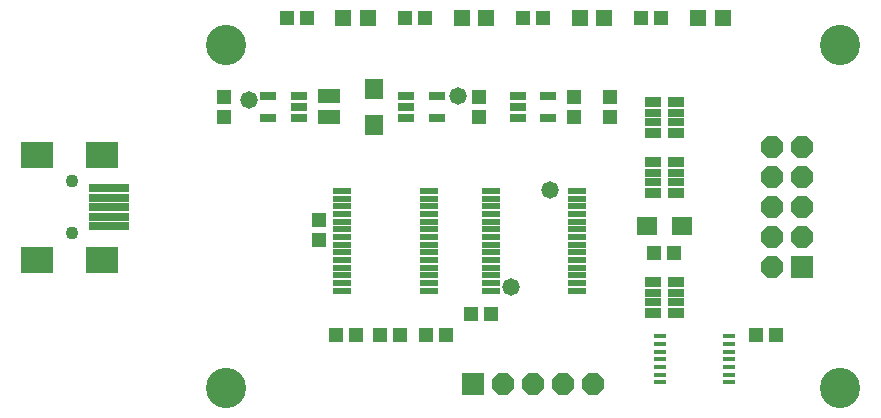
<source format=gts>
G75*
%MOIN*%
%OFA0B0*%
%FSLAX24Y24*%
%IPPOS*%
%LPD*%
%AMOC8*
5,1,8,0,0,1.08239X$1,22.5*
%
%ADD10R,0.0474X0.0513*%
%ADD11R,0.0552X0.0552*%
%ADD12R,0.0513X0.0474*%
%ADD13R,0.0710X0.0631*%
%ADD14R,0.0781X0.0482*%
%ADD15R,0.0631X0.0710*%
%ADD16R,0.0394X0.0177*%
%ADD17R,0.1064X0.0867*%
%ADD18R,0.1379X0.0277*%
%ADD19C,0.0434*%
%ADD20R,0.0533X0.0253*%
%ADD21R,0.0533X0.0328*%
%ADD22R,0.0720X0.0720*%
%ADD23OC8,0.0720*%
%ADD24R,0.0630X0.0217*%
%ADD25R,0.0552X0.0297*%
%ADD26C,0.1340*%
%ADD27C,0.0580*%
D10*
X019828Y018173D03*
X019828Y018842D03*
X016641Y022281D03*
X016641Y022951D03*
X018743Y025574D03*
X019412Y025574D03*
X022680Y025574D03*
X023349Y025574D03*
X025141Y022951D03*
X025141Y022281D03*
X028328Y022281D03*
X028328Y022951D03*
X029528Y022951D03*
X029528Y022281D03*
X030554Y025574D03*
X031223Y025574D03*
X027286Y025574D03*
X026617Y025574D03*
X030994Y017758D03*
X031663Y017758D03*
X024063Y015008D03*
X023394Y015008D03*
D11*
X024570Y025574D03*
X025397Y025574D03*
X028507Y025574D03*
X029334Y025574D03*
X032444Y025574D03*
X033271Y025574D03*
X021460Y025574D03*
X020633Y025574D03*
D12*
X024894Y015716D03*
X025563Y015716D03*
X022513Y015008D03*
X021844Y015008D03*
X021063Y015008D03*
X020394Y015008D03*
X034394Y015008D03*
X035063Y015008D03*
D13*
X031919Y018658D03*
X030738Y018658D03*
D14*
X020141Y022266D03*
X020141Y022966D03*
D15*
X021641Y023207D03*
X021641Y022025D03*
D16*
X031177Y014975D03*
X031177Y014719D03*
X031177Y014463D03*
X031177Y014208D03*
X031177Y013952D03*
X031177Y013696D03*
X031177Y013440D03*
X033480Y013440D03*
X033480Y013696D03*
X033480Y013952D03*
X033480Y014208D03*
X033480Y014463D03*
X033480Y014719D03*
X033480Y014975D03*
D17*
X012582Y017523D03*
X010416Y017523D03*
X010416Y021026D03*
X012582Y021026D03*
D18*
X012818Y019904D03*
X012818Y019589D03*
X012818Y019274D03*
X012818Y018960D03*
X012818Y018645D03*
D19*
X011597Y018408D03*
X011597Y020141D03*
D20*
X030945Y020100D03*
X030945Y020415D03*
X031712Y020415D03*
X031712Y020100D03*
X031712Y022100D03*
X031712Y022415D03*
X030945Y022415D03*
X030945Y022100D03*
X030945Y016415D03*
X030945Y016100D03*
X031712Y016100D03*
X031712Y016415D03*
D21*
X031712Y016767D03*
X030945Y016767D03*
X030945Y015748D03*
X031712Y015748D03*
X031712Y019748D03*
X030945Y019748D03*
X030945Y020767D03*
X031712Y020767D03*
X031712Y021748D03*
X030945Y021748D03*
X030945Y022767D03*
X031712Y022767D03*
D22*
X035916Y017274D03*
X024952Y013369D03*
D23*
X025952Y013369D03*
X026952Y013369D03*
X027952Y013369D03*
X028952Y013369D03*
X034916Y017274D03*
X034916Y018274D03*
X035916Y018274D03*
X035916Y019274D03*
X034916Y019274D03*
X034916Y020274D03*
X035916Y020274D03*
X035916Y021274D03*
X034916Y021274D03*
D24*
X028418Y019821D03*
X028418Y019565D03*
X028418Y019309D03*
X028418Y019053D03*
X028418Y018797D03*
X028418Y018541D03*
X028418Y018286D03*
X028418Y018030D03*
X028418Y017774D03*
X028418Y017518D03*
X028418Y017262D03*
X028418Y017006D03*
X028418Y016750D03*
X028418Y016494D03*
X025539Y016494D03*
X025539Y016750D03*
X025539Y017006D03*
X025539Y017262D03*
X025539Y017518D03*
X025539Y017774D03*
X025539Y018030D03*
X025539Y018286D03*
X025539Y018541D03*
X025539Y018797D03*
X025539Y019053D03*
X025539Y019309D03*
X025539Y019565D03*
X025539Y019821D03*
X023468Y019821D03*
X023468Y019565D03*
X023468Y019309D03*
X023468Y019053D03*
X023468Y018797D03*
X023468Y018541D03*
X023468Y018286D03*
X023468Y018030D03*
X023468Y017774D03*
X023468Y017518D03*
X023468Y017262D03*
X023468Y017006D03*
X023468Y016750D03*
X023468Y016494D03*
X020589Y016494D03*
X020589Y016750D03*
X020589Y017006D03*
X020589Y017262D03*
X020589Y017518D03*
X020589Y017774D03*
X020589Y018030D03*
X020589Y018286D03*
X020589Y018541D03*
X020589Y018797D03*
X020589Y019053D03*
X020589Y019309D03*
X020589Y019565D03*
X020589Y019821D03*
D25*
X019152Y022242D03*
X019152Y022616D03*
X019152Y022990D03*
X018129Y022990D03*
X018129Y022242D03*
X022717Y022242D03*
X022717Y022616D03*
X022717Y022990D03*
X023740Y022990D03*
X023740Y022242D03*
X026440Y022242D03*
X026440Y022616D03*
X026440Y022990D03*
X027463Y022990D03*
X027463Y022242D03*
D26*
X016715Y013251D03*
X016715Y024668D03*
X037188Y024668D03*
X037188Y013251D03*
D27*
X027528Y019858D03*
X026228Y016608D03*
X024453Y022991D03*
X017478Y022833D03*
M02*

</source>
